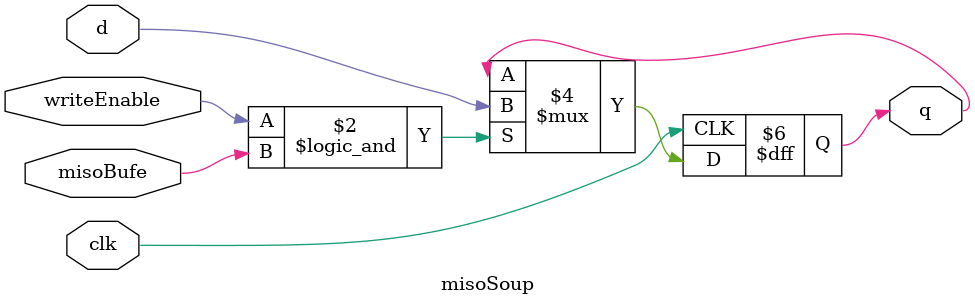
<source format=v>
module misoSoup
(
  output reg q,
  input d,
  input writeEnable,
  input misoBufe,
  input clk
);
  always @(posedge clk) begin
    if (writeEnable && misoBufe) begin
      q = d;
    end
  end
endmodule

</source>
